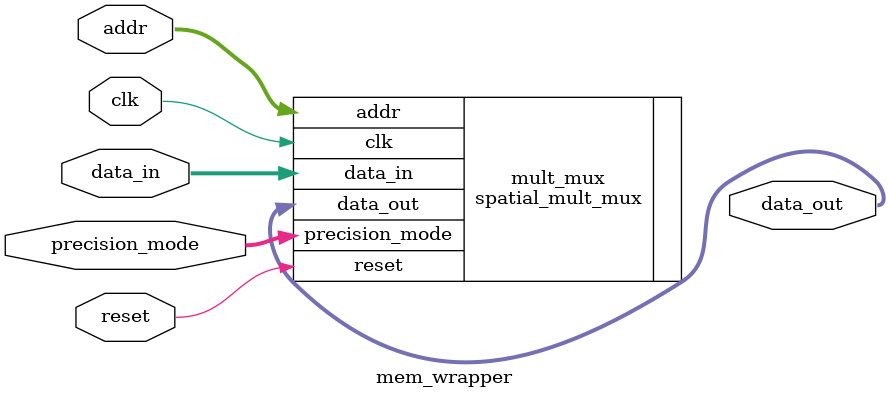
<source format=v>

module mem_wrapper #(
  parameter integer PMAX          = 8,                // Max Precision
  parameter integer PMIN          = 2,                // Min Precision
  parameter integer NUM_BANKS     = PMAX / PMIN,      // Num Data
  parameter integer DATA_WIDTH    = PMAX * NUM_BANKS,
  parameter integer ADDR_WIDTH    = $clog2(NUM_BANKS),
  parameter integer PMODE_WIDTH   = $clog2(NUM_BANKS), // Width of precision mode
  parameter integer MEM_DEPTH     = (1 << ADDR_WIDTH)
) (
  input  wire                                     clk,
  input  wire                                     reset,
  input  wire        [ PMODE_WIDTH    -1 : 0 ]    precision_mode,
  input  wire        [ ADDR_WIDTH     -1 : 0 ]    addr,
  input  wire        [ DATA_WIDTH     -1 : 0 ]    data_in,
  output wire        [ DATA_WIDTH     -1 : 0 ]    data_out
);

//=========================================
// Wires/Regs
//=========================================
//=========================================

  spatial_mult_mux #(
    .PRECISION                ( PMAX            ),  // Precision at current level
    .L_PRECISION              ( PMIN            ),  // Lowest precision
    .IN_WIDTH                 ( DATA_WIDTH      ),  // Input width at current level
    .NUM_BANKS                ( NUM_BANKS       ),  // Number of banks of SRAM required
    .NUM_LEVELS               ( ADDR_WIDTH      )   // Number of levels in the spatial multiplier. 8:4:2:1 mult has 3 levels
  ) mult_mux (
    .clk                      ( clk             ),
    .reset                    ( reset           ),
    .addr                     ( addr            ),
    .precision_mode           ( precision_mode  ),
    .data_in                  ( data_in         ),
    .data_out                 ( data_out        )
  );


endmodule

</source>
